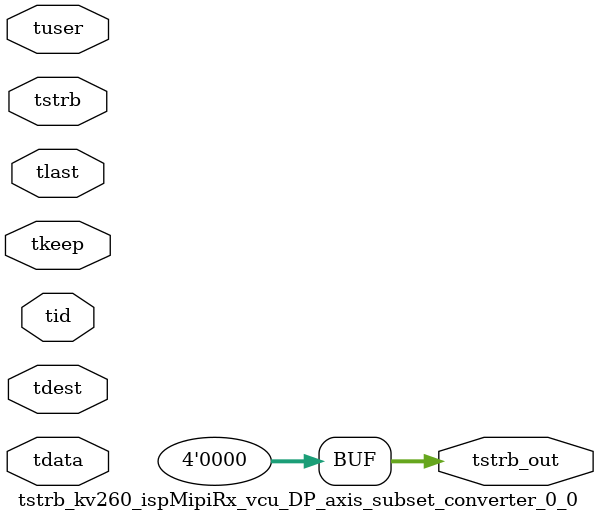
<source format=v>


`timescale 1ps/1ps

module tstrb_kv260_ispMipiRx_vcu_DP_axis_subset_converter_0_0 #
(
parameter C_S_AXIS_TDATA_WIDTH = 32,
parameter C_S_AXIS_TUSER_WIDTH = 0,
parameter C_S_AXIS_TID_WIDTH   = 0,
parameter C_S_AXIS_TDEST_WIDTH = 0,
parameter C_M_AXIS_TDATA_WIDTH = 32
)
(
input  [(C_S_AXIS_TDATA_WIDTH == 0 ? 1 : C_S_AXIS_TDATA_WIDTH)-1:0     ] tdata,
input  [(C_S_AXIS_TUSER_WIDTH == 0 ? 1 : C_S_AXIS_TUSER_WIDTH)-1:0     ] tuser,
input  [(C_S_AXIS_TID_WIDTH   == 0 ? 1 : C_S_AXIS_TID_WIDTH)-1:0       ] tid,
input  [(C_S_AXIS_TDEST_WIDTH == 0 ? 1 : C_S_AXIS_TDEST_WIDTH)-1:0     ] tdest,
input  [(C_S_AXIS_TDATA_WIDTH/8)-1:0 ] tkeep,
input  [(C_S_AXIS_TDATA_WIDTH/8)-1:0 ] tstrb,
input                                                                    tlast,
output [(C_M_AXIS_TDATA_WIDTH/8)-1:0 ] tstrb_out
);

assign tstrb_out = {1'b0};

endmodule


</source>
